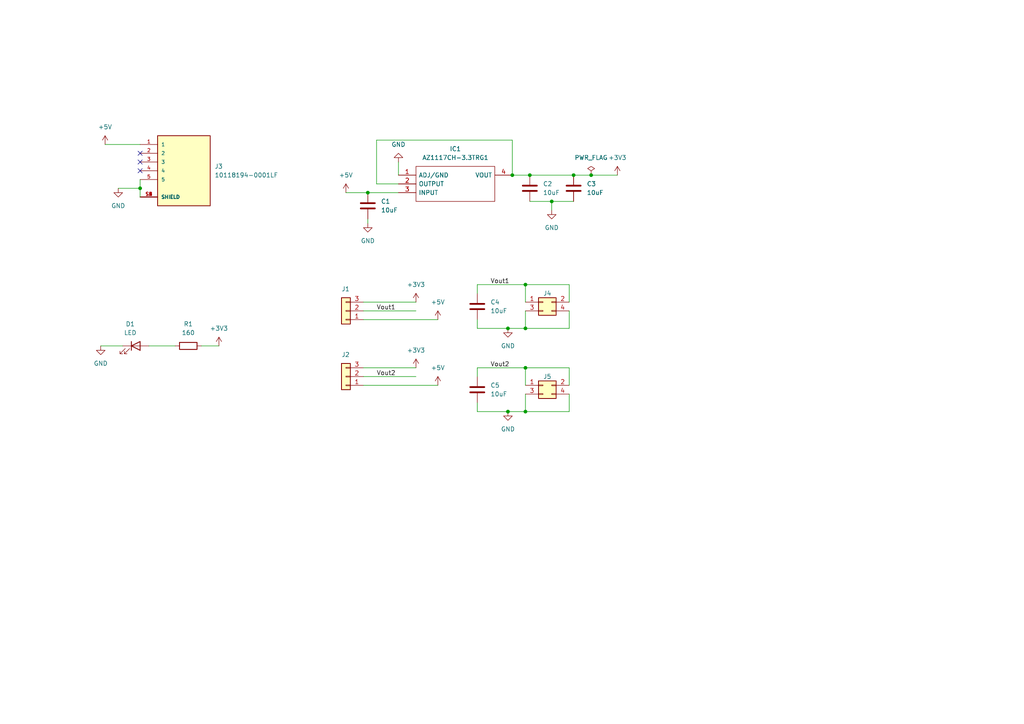
<source format=kicad_sch>
(kicad_sch (version 20211123) (generator eeschema)
  (paper "A4")
  (title_block (title "USB breadboard power") (date "2023-02-03") (rev "1"))
  (lib_symbols
    (symbol "Connector_Generic:Conn_01x03" (pin_names (offset 1.016) hide)
      (property "Reference" "J" (at 0 5.08 0))
      (property "Value" "Conn_01x03" (at 0 -5.08 0))
      (symbol "Conn_01x03_1_1"
        (rectangle (start -1.27 -2.413) (end 0 -2.667) (stroke (width 0.1524)))
        (rectangle (start -1.27 0.127) (end 0 -0.127) (stroke (width 0.1524)))
        (rectangle (start -1.27 2.667) (end 0 2.413) (stroke (width 0.1524)))
        (rectangle (start -1.27 3.81) (end 1.27 -3.81) (stroke (width 0.254)) (fill (type background)))
        (pin passive line (at -5.08 2.54 0) (length 3.81) (name "Pin_1") (number "1"))
        (pin passive line (at -5.08 0 0) (length 3.81) (name "Pin_2") (number "2"))
        (pin passive line (at -5.08 -2.54 0) (length 3.81) (name "Pin_3") (number "3"))
      )
    )
    (symbol "Connector_Generic:Conn_02x02_Odd_Even" (pin_names (offset 1.016) hide)
      (property "Reference" "J" (at 1.27 2.54 0))
      (property "Value" "Conn_02x02_Odd_Even" (at 1.27 -5.08 0))
      (symbol "Conn_02x02_Odd_Even_1_1"
        (rectangle (start -1.27 -2.413) (end 0 -2.667) (stroke (width 0.1524)))
        (rectangle (start -1.27 0.127) (end 0 -0.127) (stroke (width 0.1524)))
        (rectangle (start -1.27 1.27) (end 3.81 -3.81) (stroke (width 0.254)) (fill (type background)))
        (rectangle (start 3.81 -2.413) (end 2.54 -2.667) (stroke (width 0.1524)))
        (rectangle (start 3.81 0.127) (end 2.54 -0.127) (stroke (width 0.1524)))
        (pin passive line (at -5.08 0 0) (length 3.81) (name "Pin_1") (number "1"))
        (pin passive line (at 7.62 0 180) (length 3.81) (name "Pin_2") (number "2"))
        (pin passive line (at -5.08 -2.54 0) (length 3.81) (name "Pin_3") (number "3"))
        (pin passive line (at 7.62 -2.54 180) (length 3.81) (name "Pin_4") (number "4"))
      )
    )
    (symbol "Device:C" (pin_numbers hide) (pin_names (offset 0.254))
      (property "Reference" "C" (at 0.635 2.54 0))
      (property "Value" "C" (at 0.635 -2.54 0))
      (symbol "C_0_1"
        (polyline (pts (xy -2.032 -0.762) (xy 2.032 -0.762)) (stroke (width 0.508)))
        (polyline (pts (xy -2.032 0.762) (xy 2.032 0.762)) (stroke (width 0.508)))
      )
      (symbol "C_1_1"
        (pin passive line (at 0 3.81 270) (length 2.794) (name "~") (number "1"))
        (pin passive line (at 0 -3.81 90) (length 2.794) (name "~") (number "2"))
      )
    )
    (symbol "Device:LED" (pin_numbers hide) (pin_names (offset 1.016) hide)
      (property "Reference" "D" (at 0 2.54 0))
      (property "Value" "LED" (at 0 -2.54 0))
      (symbol "LED_0_1"
        (polyline (pts (xy -1.27 -1.27) (xy -1.27 1.27)) (stroke (width 0.254)))
        (polyline (pts (xy -1.27 0) (xy 1.27 0)))
        (polyline (pts (xy 1.27 -1.27) (xy 1.27 1.27) (xy -1.27 0) (xy 1.27 -1.27)) (stroke (width 0.254)))
        (polyline (pts (xy -3.048 -0.762) (xy -4.572 -2.286) (xy -3.81 -2.286) (xy -4.572 -2.286) (xy -4.572 -1.524)))
        (polyline (pts (xy -1.778 -0.762) (xy -3.302 -2.286) (xy -2.54 -2.286) (xy -3.302 -2.286) (xy -3.302 -1.524)))
      )
      (symbol "LED_1_1"
        (pin passive line (at -3.81 0 0) (length 2.54) (name "K") (number "1"))
        (pin passive line (at 3.81 0 180) (length 2.54) (name "A") (number "2"))
      )
    )
    (symbol "Device:R" (pin_numbers hide) (pin_names (offset 0))
      (property "Reference" "R" (at 2.032 0 90))
      (property "Value" "R" (at 0 0 90))
      (symbol "R_0_1"
        (rectangle (start -1.016 -2.54) (end 1.016 2.54) (stroke (width 0.254)))
      )
      (symbol "R_1_1"
        (pin passive line (at 0 3.81 270) (length 1.27) (name "~") (number "1"))
        (pin passive line (at 0 -3.81 90) (length 1.27) (name "~") (number "2"))
      )
    )
    (symbol "My_Library:10118194-0001LF" (pin_names (offset 1.016))
      (property "Reference" "J" (at -7.375 10.6749 0))
      (property "Value" "10118194-0001LF" (at -7.6239 -12.7039 0))
      (symbol "10118194-0001LF_0_0"
        (rectangle (start -7.62 -10.16) (end 7.62 10.16) (stroke (width 0.254)) (fill (type background)))
        (pin power_out line (at -12.7 7.62 0) (length 5.08) (name "1") (number "1"))
        (pin passive line (at -12.7 5.08 0) (length 5.08) (name "2") (number "2"))
        (pin passive line (at -12.7 2.54 0) (length 5.08) (name "3") (number "3"))
        (pin passive line (at -12.7 0 0) (length 5.08) (name "4") (number "4"))
        (pin power_out line (at -12.7 -2.54 0) (length 5.08) (name "5") (number "5"))
        (pin passive line (at -12.7 -7.62 0) (length 5.08) (name "SHIELD") (number "S1"))
        (pin passive line (at -12.7 -7.62 0) (length 5.08) (name "SHIELD") (number "S2"))
        (pin passive line (at -12.7 -7.62 0) (length 5.08) (name "SHIELD") (number "S3"))
        (pin passive line (at -12.7 -7.62 0) (length 5.08) (name "SHIELD") (number "S4"))
        (pin passive line (at -12.7 -7.62 0) (length 5.08) (name "SHIELD") (number "S5"))
        (pin passive line (at -12.7 -7.62 0) (length 5.08) (name "SHIELD") (number "S6"))
      )
    )
    (symbol "SamacSys_Parts:AZ1117CH-3.3TRG1" (pin_names (offset 0.762))
      (property "Reference" "IC" (at 29.21 7.62 0))
      (property "Value" "AZ1117CH-3.3TRG1" (at 29.21 5.08 0))
      (symbol "AZ1117CH-3.3TRG1_0_0"
        (pin passive line (at 0 0 0) (length 5.08) (name "ADJ/GND") (number "1"))
        (pin passive line (at 0 -2.54 0) (length 5.08) (name "OUTPUT") (number "2"))
        (pin passive line (at 0 -5.08 0) (length 5.08) (name "INPUT") (number "3"))
        (pin passive line (at 33.02 0 180) (length 5.08) (name "VOUT") (number "4"))
      )
      (symbol "AZ1117CH-3.3TRG1_0_1"
        (polyline (pts (xy 5.08 2.54) (xy 27.94 2.54) (xy 27.94 -7.62) (xy 5.08 -7.62) (xy 5.08 2.54)) (stroke (width 0.1524)))
      )
    )
    (symbol "power:+3V3" (power) (pin_names (offset 0))
      (property "Value" "+3V3" (at 0 3.556 0))
      (symbol "+3V3_0_1"
        (polyline (pts (xy -0.762 1.27) (xy 0 2.54)))
        (polyline (pts (xy 0 0) (xy 0 2.54)))
        (polyline (pts (xy 0 2.54) (xy 0.762 1.27)))
      )
      (symbol "+3V3_1_1"
        (pin power_in line (at 0 0 90) (length 0) hide (name "+3V3") (number "1"))
      )
    )
    (symbol "power:+5V" (power) (pin_names (offset 0))
      (property "Value" "+5V" (at 0 3.556 0))
      (symbol "+5V_0_1"
        (polyline (pts (xy -0.762 1.27) (xy 0 2.54)))
        (polyline (pts (xy 0 0) (xy 0 2.54)))
        (polyline (pts (xy 0 2.54) (xy 0.762 1.27)))
      )
      (symbol "+5V_1_1"
        (pin power_in line (at 0 0 90) (length 0) hide (name "+5V") (number "1"))
      )
    )
    (symbol "power:GND" (power) (pin_names (offset 0))
      (property "Value" "GND" (at 0 -3.81 0))
      (symbol "GND_0_1"
        (polyline (pts (xy 0 0) (xy 0 -1.27) (xy 1.27 -1.27) (xy 0 -2.54) (xy -1.27 -1.27) (xy 0 -1.27)))
      )
      (symbol "GND_1_1"
        (pin power_in line (at 0 0 270) (length 0) hide (name "GND") (number "1"))
      )
    )
    (symbol "power:PWR_FLAG" (power) (pin_numbers hide) (pin_names (offset 0) hide)
      (property "Value" "PWR_FLAG" (at 0 3.81 0))
      (symbol "PWR_FLAG_0_0"
        (pin power_out line (at 0 0 90) (length 0) (name "pwr") (number "1"))
      )
      (symbol "PWR_FLAG_0_1"
        (polyline (pts (xy 0 0) (xy 0 1.27) (xy -1.016 1.905) (xy 0 2.54) (xy 1.016 1.905) (xy 0 1.27)))
      )
    )
  )
  (junction (at 171.45 50.8))
  (junction (at 152.4 106.68))
  (junction (at 152.4 119.38))
  (junction (at 153.67 50.8))
  (junction (at 152.4 95.25))
  (junction (at 147.32 95.25))
  (junction (at 40.64 54.61))
  (junction (at 147.32 119.38))
  (junction (at 152.4 82.55))
  (junction (at 106.68 55.88))
  (junction (at 160.02 58.42))
  (junction (at 148.59 50.8))
  (junction (at 166.37 50.8))
  (no_connect (at 40.64 49.53))
  (no_connect (at 40.64 46.99))
  (no_connect (at 40.64 44.45))
  (wire (pts (xy 43.18 100.33) (xy 50.8 100.33)))
  (wire (pts (xy 106.68 55.88) (xy 115.57 55.88)))
  (wire (pts (xy 115.57 46.99) (xy 115.57 50.8)))
  (wire (pts (xy 152.4 82.55) (xy 152.4 87.63)))
  (wire (pts (xy 171.45 50.8) (xy 179.07 50.8)))
  (wire (pts (xy 109.22 53.34) (xy 109.22 40.64)))
  (wire (pts (xy 100.33 55.88) (xy 106.68 55.88)))
  (wire (pts (xy 165.1 119.38) (xy 152.4 119.38)))
  (wire (pts (xy 105.41 109.22) (xy 120.65 109.22)))
  (wire (pts (xy 165.1 82.55) (xy 152.4 82.55)))
  (wire (pts (xy 152.4 95.25) (xy 152.4 90.17)))
  (wire (pts (xy 165.1 90.17) (xy 165.1 95.25)))
  (wire (pts (xy 40.64 57.15) (xy 40.64 54.61)))
  (wire (pts (xy 152.4 106.68) (xy 152.4 111.76)))
  (wire (pts (xy 138.43 95.25) (xy 147.32 95.25)))
  (wire (pts (xy 153.67 58.42) (xy 160.02 58.42)))
  (wire (pts (xy 115.57 53.34) (xy 109.22 53.34)))
  (wire (pts (xy 105.41 106.68) (xy 120.65 106.68)))
  (wire (pts (xy 153.67 50.8) (xy 166.37 50.8)))
  (wire (pts (xy 165.1 106.68) (xy 152.4 106.68)))
  (wire (pts (xy 138.43 106.68) (xy 152.4 106.68)))
  (wire (pts (xy 105.41 87.63) (xy 120.65 87.63)))
  (wire (pts (xy 109.22 40.64) (xy 148.59 40.64)))
  (wire (pts (xy 148.59 50.8) (xy 153.67 50.8)))
  (wire (pts (xy 138.43 106.68) (xy 138.43 109.22)))
  (wire (pts (xy 106.68 63.5) (xy 106.68 64.77)))
  (wire (pts (xy 105.41 90.17) (xy 120.65 90.17)))
  (wire (pts (xy 29.21 100.33) (xy 35.56 100.33)))
  (wire (pts (xy 138.43 82.55) (xy 152.4 82.55)))
  (wire (pts (xy 165.1 95.25) (xy 152.4 95.25)))
  (wire (pts (xy 105.41 111.76) (xy 127 111.76)))
  (wire (pts (xy 138.43 92.71) (xy 138.43 95.25)))
  (wire (pts (xy 138.43 119.38) (xy 147.32 119.38)))
  (wire (pts (xy 147.32 119.38) (xy 152.4 119.38)))
  (wire (pts (xy 165.1 114.3) (xy 165.1 119.38)))
  (wire (pts (xy 30.48 41.91) (xy 40.64 41.91)))
  (wire (pts (xy 40.64 54.61) (xy 40.64 52.07)))
  (wire (pts (xy 160.02 58.42) (xy 160.02 60.96)))
  (wire (pts (xy 165.1 87.63) (xy 165.1 82.55)))
  (wire (pts (xy 105.41 92.71) (xy 127 92.71)))
  (wire (pts (xy 138.43 82.55) (xy 138.43 85.09)))
  (wire (pts (xy 138.43 116.84) (xy 138.43 119.38)))
  (wire (pts (xy 58.42 100.33) (xy 63.5 100.33)))
  (wire (pts (xy 160.02 58.42) (xy 166.37 58.42)))
  (wire (pts (xy 165.1 111.76) (xy 165.1 106.68)))
  (wire (pts (xy 148.59 40.64) (xy 148.59 50.8)))
  (wire (pts (xy 166.37 50.8) (xy 171.45 50.8)))
  (wire (pts (xy 34.29 54.61) (xy 40.64 54.61)))
  (wire (pts (xy 147.32 95.25) (xy 152.4 95.25)))
  (wire (pts (xy 152.4 119.38) (xy 152.4 114.3)))
  (label "Vout1" (at 142.24 82.55 0))
  (label "Vout2" (at 109.22 109.22 0))
  (label "Vout1" (at 109.22 90.17 0))
  (label "Vout2" (at 142.24 106.68 0))
  (symbol (lib_id "Device:C") (at 138.43 113.03 0) (unit 1)
    (property "Reference" "C5" (at 142.24 111.7599 0) (effects (justify left)))
    (property "Value" "10uF" (at 142.24 114.2999 0) (effects (justify left)))
    (property "Footprint" "Capacitor_SMD:C_0805_2012Metric_Pad1.18x1.45mm_HandSolder" (effects hide))
  )
  (symbol (lib_id "power:+5V") (at 127 111.76 0) (unit 1)
    (property "Reference" "#PWR08" (effects hide))
    (property "Value" "+5V" (at 127 106.68 0))
  )
  (symbol (lib_id "power:+3V3") (at 120.65 87.63 0) (unit 1)
    (property "Reference" "#PWR04" (effects hide))
    (property "Value" "+3V3" (at 120.65 82.55 0))
  )
  (symbol (lib_id "power:PWR_FLAG") (at 171.45 50.8 0) (unit 1)
    (property "Reference" "#FLG0101" (effects hide))
    (property "Value" "PWR_FLAG" (at 171.45 45.72 0))
  )
  (symbol (lib_id "SamacSys_Parts:AZ1117CH-3.3TRG1") (at 115.57 50.8 0) (unit 1)
    (property "Reference" "IC1" (at 132.08 43.18 0))
    (property "Value" "AZ1117CH-3.3TRG1" (at 132.08 45.72 0))
    (property "Footprint" "SamacSys_Parts:SOT230P700X180-4N" (effects hide))
    (property "Datasheet" "https://datasheet.datasheetarchive.com/originals/distributors/Datasheets-DGA25/1776204.pdf" (effects hide))
    (property "Description" "1.35A 3.3V LDO Reg. Current Limit SOT223 DiodesZetex AZ1117CH-3.3TRG1, LDO Voltage Regulator, 0.8A, 3.3 V +/-1%, maximum of 15 Vin, 3-Pin SOT-223" (effects hide))
    (property "Height" "1.8" (effects hide))
    (property "Mouser Part Number" "621-AZ1117CH-3.3TRG1" (effects hide))
    (property "Mouser Price/Stock" "https://www.mouser.co.uk/ProductDetail/Diodes-Incorporated/AZ1117CH-3.3TRG1?qs=FKu9oBikfSm7ntaG6olPSQ%3D%3D" (effects hide))
    (property "Manufacturer_Name" "Diodes Inc." (effects hide))
    (property "Manufacturer_Part_Number" "AZ1117CH-3.3TRG1" (effects hide))
  )
  (symbol (lib_id "power:GND") (at 160.02 60.96 0) (unit 1)
    (property "Reference" "#PWR06" (effects hide))
    (property "Value" "GND" (at 160.02 66.04 0))
  )
  (symbol (lib_id "power:GND") (at 147.32 95.25 0) (unit 1)
    (property "Reference" "#PWR0101" (effects hide))
    (property "Value" "GND" (at 147.32 100.33 0))
  )
  (symbol (lib_id "power:+5V") (at 100.33 55.88 0) (unit 1)
    (property "Reference" "#PWR01" (effects hide))
    (property "Value" "+5V" (at 100.33 50.8 0))
  )
  (symbol (lib_id "Device:C") (at 138.43 88.9 0) (unit 1)
    (property "Reference" "C4" (at 142.24 87.6299 0) (effects (justify left)))
    (property "Value" "10uF" (at 142.24 90.1699 0) (effects (justify left)))
    (property "Footprint" "Capacitor_SMD:C_0805_2012Metric_Pad1.18x1.45mm_HandSolder" (effects hide))
  )
  (symbol (lib_id "My_Library:10118194-0001LF") (at 53.34 49.53 0) (unit 1)
    (property "Reference" "J3" (at 62.23 48.2599 0) (effects (justify left)))
    (property "Value" "10118194-0001LF" (at 62.23 50.7999 0) (effects (justify left)))
    (property "Footprint" "MyLibrary:AMPHENOL_10118194-0001LF" (effects hide))
    (property "MP" "10118194-0001LF" (effects hide))
    (property "PACKAGE" "None" (effects hide))
    (property "PRICE" "None" (effects hide))
    (property "AVAILABILITY" "Unavailable" (effects hide))
    (property "MF" "Amphenol ICC" (effects hide))
    (property "DESCRIPTION" "Micro Usb, 2.0 Type b, Rcpt, Smt" (effects hide))
    (property "mouser" "649-10118194-0001LF" (effects hide))
  )
  (symbol (lib_id "power:GND") (at 115.57 46.99 180) (unit 1)
    (property "Reference" "#PWR03" (effects hide))
    (property "Value" "GND" (at 115.57 41.91 0))
  )
  (symbol (lib_id "power:+3V3") (at 63.5 100.33 0) (unit 1)
    (property "Reference" "#PWR013" (effects hide))
    (property "Value" "+3V3" (at 63.5 95.25 0))
  )
  (symbol (lib_id "Device:C") (at 153.67 54.61 0) (unit 1)
    (property "Reference" "C2" (at 157.48 53.3399 0) (effects (justify left)))
    (property "Value" "10uF" (at 157.48 55.8799 0) (effects (justify left)))
    (property "Footprint" "Capacitor_SMD:C_0805_2012Metric_Pad1.18x1.45mm_HandSolder" (effects hide))
  )
  (symbol (lib_id "power:+3V3") (at 179.07 50.8 0) (unit 1)
    (property "Reference" "#PWR09" (effects hide))
    (property "Value" "+3V3" (at 179.07 45.72 0))
  )
  (symbol (lib_id "Connector_Generic:Conn_01x03") (at 100.33 109.22 180) (unit 1)
    (property "Reference" "J2" (at 99.06 102.87 0) (effects (justify right)))
    (property "Value" "Conn_01x03" (effects hide))
    (property "Footprint" "Connector_PinHeader_2.54mm:PinHeader_1x03_P2.54mm_Vertical" (effects hide))
  )
  (symbol (lib_id "power:GND") (at 106.68 64.77 0) (unit 1)
    (property "Reference" "#PWR02" (effects hide))
    (property "Value" "GND" (at 106.68 69.85 0))
  )
  (symbol (lib_id "power:GND") (at 29.21 100.33 0) (unit 1)
    (property "Reference" "#PWR012" (effects hide))
    (property "Value" "GND" (at 29.21 105.41 0))
  )
  (symbol (lib_id "power:+5V") (at 127 92.71 0) (unit 1)
    (property "Reference" "#PWR07" (effects hide))
    (property "Value" "+5V" (at 127 87.63 0))
  )
  (symbol (lib_id "Connector_Generic:Conn_02x02_Odd_Even") (at 157.48 87.63 0) (unit 1)
    (property "Reference" "J4" (at 158.75 85.09 0))
    (property "Value" "Conn_02x02_Odd_Even" (effects hide))
    (property "Footprint" "Connector_PinHeader_2.54mm:PinHeader_2x02_P2.54mm_Vertical" (effects hide))
  )
  (symbol (lib_id "power:GND") (at 34.29 54.61 0) (unit 1)
    (property "Reference" "#PWR011" (effects hide))
    (property "Value" "GND" (at 34.29 59.69 0))
  )
  (symbol (lib_id "power:+5V") (at 30.48 41.91 0) (unit 1)
    (property "Reference" "#PWR010" (effects hide))
    (property "Value" "+5V" (at 30.48 36.83 0))
  )
  (symbol (lib_id "power:+3V3") (at 120.65 106.68 0) (unit 1)
    (property "Reference" "#PWR05" (effects hide))
    (property "Value" "+3V3" (at 120.65 101.6 0))
  )
  (symbol (lib_id "Device:R") (at 54.61 100.33 90) (unit 1)
    (property "Reference" "R1" (at 54.61 93.98 90))
    (property "Value" "160" (at 54.61 96.52 90))
    (property "Footprint" "Resistor_SMD:R_0805_2012Metric_Pad1.20x1.40mm_HandSolder" (effects hide))
  )
  (symbol (lib_id "Connector_Generic:Conn_02x02_Odd_Even") (at 157.48 111.76 0) (unit 1)
    (property "Reference" "J5" (at 158.75 109.22 0))
    (property "Value" "Conn_02x02_Odd_Even" (effects hide))
    (property "Footprint" "Connector_PinHeader_2.54mm:PinHeader_2x02_P2.54mm_Vertical" (effects hide))
  )
  (symbol (lib_id "power:GND") (at 147.32 119.38 0) (unit 1)
    (property "Reference" "#PWR0102" (effects hide))
    (property "Value" "GND" (at 147.32 124.46 0))
  )
  (symbol (lib_id "Device:C") (at 166.37 54.61 0) (unit 1)
    (property "Reference" "C3" (at 170.18 53.3399 0) (effects (justify left)))
    (property "Value" "10uF" (at 170.18 55.8799 0) (effects (justify left)))
    (property "Footprint" "Capacitor_SMD:C_0805_2012Metric_Pad1.18x1.45mm_HandSolder" (effects hide))
  )
  (symbol (lib_id "Device:LED") (at 39.37 100.33 0) (unit 1)
    (property "Reference" "D1" (at 37.7825 93.98 0))
    (property "Value" "LED" (at 37.7825 96.52 0))
    (property "Footprint" "LED_SMD:LED_0805_2012Metric_Pad1.15x1.40mm_HandSolder" (effects hide))
  )
  (symbol (lib_id "Connector_Generic:Conn_01x03") (at 100.33 90.17 180) (unit 1)
    (property "Reference" "J1" (at 99.06 83.82 0) (effects (justify right)))
    (property "Value" "Conn_01x03" (effects hide))
    (property "Footprint" "Connector_PinHeader_2.54mm:PinHeader_1x03_P2.54mm_Vertical" (effects hide))
  )
  (symbol (lib_id "Device:C") (at 106.68 59.69 180) (unit 1)
    (property "Reference" "C1" (at 110.49 58.4199 0) (effects (justify right)))
    (property "Value" "10uF" (at 110.49 60.9599 0) (effects (justify right)))
    (property "Footprint" "Capacitor_SMD:C_0805_2012Metric_Pad1.18x1.45mm_HandSolder" (effects hide))
  )
)
</source>
